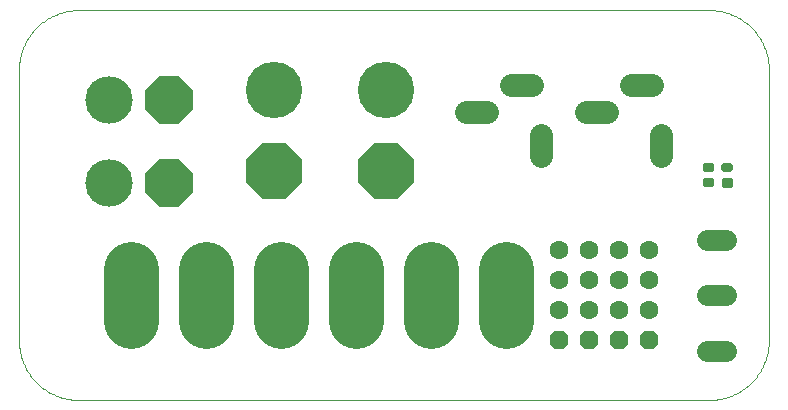
<source format=gts>
G04 EAGLE Gerber RS-274X export*
G75*
%MOMM*%
%FSLAX34Y34*%
%LPD*%
%INsolder mask top*%
%IPPOS*%
%AMOC8*
5,1,8,0,0,1.08239X$1,22.5*%
G01*
%ADD10C,0.025400*%
%ADD11P,5.168629X8X112.500000*%
%ADD12C,4.775200*%
%ADD13P,4.343848X8X202.500000*%
%ADD14C,4.013200*%
%ADD15C,1.981200*%
%ADD16C,4.648200*%
%ADD17C,1.600200*%
%ADD18P,1.732040X8X22.500000*%
%ADD19C,1.803200*%
%ADD20C,0.360425*%
%ADD21C,0.268222*%
%ADD22C,0.519681*%


D10*
X635000Y50800D02*
X635000Y279400D01*
X634985Y280628D01*
X634941Y281854D01*
X634867Y283080D01*
X634763Y284303D01*
X634630Y285523D01*
X634467Y286740D01*
X634275Y287953D01*
X634054Y289160D01*
X633803Y290362D01*
X633524Y291557D01*
X633216Y292746D01*
X632879Y293926D01*
X632514Y295098D01*
X632120Y296261D01*
X631699Y297414D01*
X631250Y298556D01*
X630773Y299688D01*
X630269Y300807D01*
X629738Y301914D01*
X629181Y303008D01*
X628598Y304088D01*
X627988Y305154D01*
X627353Y306204D01*
X626693Y307239D01*
X626008Y308258D01*
X625298Y309259D01*
X624565Y310244D01*
X623807Y311210D01*
X623027Y312158D01*
X622224Y313087D01*
X621399Y313996D01*
X620552Y314884D01*
X619684Y315752D01*
X618796Y316599D01*
X617887Y317424D01*
X616958Y318227D01*
X616010Y319007D01*
X615044Y319765D01*
X614059Y320498D01*
X613058Y321208D01*
X612039Y321893D01*
X611004Y322553D01*
X609954Y323188D01*
X608888Y323798D01*
X607808Y324381D01*
X606714Y324938D01*
X605607Y325469D01*
X604488Y325973D01*
X603356Y326450D01*
X602214Y326899D01*
X601061Y327320D01*
X599898Y327714D01*
X598726Y328079D01*
X597546Y328416D01*
X596357Y328724D01*
X595162Y329003D01*
X593960Y329254D01*
X592753Y329475D01*
X591540Y329667D01*
X590323Y329830D01*
X589103Y329963D01*
X587880Y330067D01*
X586654Y330141D01*
X585428Y330185D01*
X584200Y330200D01*
X50800Y330200D01*
X49572Y330185D01*
X48346Y330141D01*
X47120Y330067D01*
X45897Y329963D01*
X44677Y329830D01*
X43460Y329667D01*
X42247Y329475D01*
X41040Y329254D01*
X39838Y329003D01*
X38643Y328724D01*
X37454Y328416D01*
X36274Y328079D01*
X35102Y327714D01*
X33939Y327320D01*
X32786Y326899D01*
X31644Y326450D01*
X30512Y325973D01*
X29393Y325469D01*
X28286Y324938D01*
X27192Y324381D01*
X26112Y323798D01*
X25046Y323188D01*
X23996Y322553D01*
X22961Y321893D01*
X21942Y321208D01*
X20941Y320498D01*
X19956Y319765D01*
X18990Y319007D01*
X18042Y318227D01*
X17113Y317424D01*
X16204Y316599D01*
X15316Y315752D01*
X14448Y314884D01*
X13601Y313996D01*
X12776Y313087D01*
X11973Y312158D01*
X11193Y311210D01*
X10435Y310244D01*
X9702Y309259D01*
X8992Y308258D01*
X8307Y307239D01*
X7647Y306204D01*
X7012Y305154D01*
X6402Y304088D01*
X5819Y303008D01*
X5262Y301914D01*
X4731Y300807D01*
X4227Y299688D01*
X3750Y298556D01*
X3301Y297414D01*
X2880Y296261D01*
X2486Y295098D01*
X2121Y293926D01*
X1784Y292746D01*
X1476Y291557D01*
X1197Y290362D01*
X946Y289160D01*
X725Y287953D01*
X533Y286740D01*
X370Y285523D01*
X237Y284303D01*
X133Y283080D01*
X59Y281854D01*
X15Y280628D01*
X0Y279400D01*
X0Y50800D01*
X15Y49572D01*
X59Y48346D01*
X133Y47120D01*
X237Y45897D01*
X370Y44677D01*
X533Y43460D01*
X725Y42247D01*
X946Y41040D01*
X1197Y39838D01*
X1476Y38643D01*
X1784Y37454D01*
X2121Y36274D01*
X2486Y35102D01*
X2880Y33939D01*
X3301Y32786D01*
X3750Y31644D01*
X4227Y30512D01*
X4731Y29393D01*
X5262Y28286D01*
X5819Y27192D01*
X6402Y26112D01*
X7012Y25046D01*
X7647Y23996D01*
X8307Y22961D01*
X8992Y21942D01*
X9702Y20941D01*
X10435Y19956D01*
X11193Y18990D01*
X11973Y18042D01*
X12776Y17113D01*
X13601Y16204D01*
X14448Y15316D01*
X15316Y14448D01*
X16204Y13601D01*
X17113Y12776D01*
X18042Y11973D01*
X18990Y11193D01*
X19956Y10435D01*
X20941Y9702D01*
X21942Y8992D01*
X22961Y8307D01*
X23996Y7647D01*
X25046Y7012D01*
X26112Y6402D01*
X27192Y5819D01*
X28286Y5262D01*
X29393Y4731D01*
X30512Y4227D01*
X31644Y3750D01*
X32786Y3301D01*
X33939Y2880D01*
X35102Y2486D01*
X36274Y2121D01*
X37454Y1784D01*
X38643Y1476D01*
X39838Y1197D01*
X41040Y946D01*
X42247Y725D01*
X43460Y533D01*
X44677Y370D01*
X45897Y237D01*
X47120Y133D01*
X48346Y59D01*
X49572Y15D01*
X50800Y0D01*
X584200Y0D01*
X585428Y15D01*
X586654Y59D01*
X587880Y133D01*
X589103Y237D01*
X590323Y370D01*
X591540Y533D01*
X592753Y725D01*
X593960Y946D01*
X595162Y1197D01*
X596357Y1476D01*
X597546Y1784D01*
X598726Y2121D01*
X599898Y2486D01*
X601061Y2880D01*
X602214Y3301D01*
X603356Y3750D01*
X604488Y4227D01*
X605607Y4731D01*
X606714Y5262D01*
X607808Y5819D01*
X608888Y6402D01*
X609954Y7012D01*
X611004Y7647D01*
X612039Y8307D01*
X613058Y8992D01*
X614059Y9702D01*
X615044Y10435D01*
X616010Y11193D01*
X616958Y11973D01*
X617887Y12776D01*
X618796Y13601D01*
X619684Y14448D01*
X620552Y15316D01*
X621399Y16204D01*
X622224Y17113D01*
X623027Y18042D01*
X623807Y18990D01*
X624565Y19956D01*
X625298Y20941D01*
X626008Y21942D01*
X626693Y22961D01*
X627353Y23996D01*
X627988Y25046D01*
X628598Y26112D01*
X629181Y27192D01*
X629738Y28286D01*
X630269Y29393D01*
X630773Y30512D01*
X631250Y31644D01*
X631699Y32786D01*
X632120Y33939D01*
X632514Y35102D01*
X632879Y36274D01*
X633216Y37454D01*
X633524Y38643D01*
X633803Y39838D01*
X634054Y41040D01*
X634275Y42247D01*
X634467Y43460D01*
X634630Y44677D01*
X634763Y45897D01*
X634867Y47120D01*
X634941Y48346D01*
X634985Y49572D01*
X635000Y50800D01*
D11*
X215900Y194310D03*
D12*
X215900Y262890D03*
D11*
X311150Y194310D03*
D12*
X311150Y262890D03*
D13*
X127000Y184150D03*
D14*
X76200Y184150D03*
D13*
X127000Y254000D03*
D14*
X76200Y254000D03*
D15*
X378460Y243840D02*
X396240Y243840D01*
X441960Y224790D02*
X441960Y207010D01*
X434340Y266700D02*
X416560Y266700D01*
X480060Y243840D02*
X497840Y243840D01*
X543560Y224790D02*
X543560Y207010D01*
X535940Y266700D02*
X518160Y266700D01*
D16*
X95250Y111125D02*
X95250Y66675D01*
X158750Y66675D02*
X158750Y111125D01*
X222250Y111125D02*
X222250Y66675D01*
X285750Y66675D02*
X285750Y111125D01*
X349250Y111125D02*
X349250Y66675D01*
X412750Y66675D02*
X412750Y111125D01*
D17*
X457200Y127000D03*
X482600Y127000D03*
X508000Y127000D03*
X533400Y127000D03*
X457200Y101600D03*
X482600Y101600D03*
X508000Y101600D03*
X533400Y101600D03*
X457200Y76200D03*
X482600Y76200D03*
X508000Y76200D03*
X533400Y76200D03*
D18*
X457200Y50800D03*
X482600Y50800D03*
X508000Y50800D03*
X533400Y50800D03*
D19*
X582550Y88900D02*
X598550Y88900D01*
X598550Y135900D02*
X582550Y135900D01*
X582550Y41900D02*
X598550Y41900D01*
D20*
X581176Y194461D02*
X581176Y199239D01*
X587224Y199239D01*
X587224Y194461D01*
X581176Y194461D01*
X581176Y197885D02*
X587224Y197885D01*
X581176Y186539D02*
X581176Y181761D01*
X581176Y186539D02*
X587224Y186539D01*
X587224Y181761D01*
X581176Y181761D01*
X581176Y185185D02*
X587224Y185185D01*
D21*
X602925Y187000D02*
X602925Y181300D01*
X595955Y181300D01*
X595955Y187000D01*
X602925Y187000D01*
X602925Y183848D02*
X595955Y183848D01*
X595955Y186396D02*
X602925Y186396D01*
D22*
X601668Y195257D02*
X601668Y198443D01*
X601668Y195257D02*
X597212Y195257D01*
X597212Y198443D01*
X601668Y198443D01*
M02*

</source>
